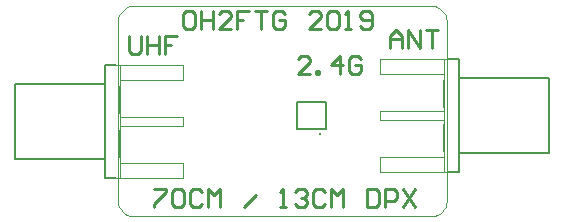
<source format=gto>
G04 Layer_Color=65535*
%FSLAX25Y25*%
%MOIN*%
G70*
G01*
G75*
%ADD10C,0.00394*%
%ADD22C,0.01000*%
%ADD23C,0.00787*%
%ADD24C,0.01000*%
D10*
X590500Y105000D02*
X590596Y104025D01*
X590881Y103087D01*
X591343Y102222D01*
X591964Y101464D01*
X592722Y100843D01*
X593587Y100381D01*
X594524Y100096D01*
X595500Y100000D01*
X695000D02*
X695975Y100096D01*
X696913Y100381D01*
X697778Y100843D01*
X698535Y101464D01*
X699157Y102222D01*
X699619Y103087D01*
X699904Y104025D01*
X700000Y105000D01*
Y165000D02*
X699904Y165975D01*
X699619Y166913D01*
X699157Y167778D01*
X698535Y168535D01*
X697778Y169157D01*
X696913Y169619D01*
X695975Y169904D01*
X695000Y170000D01*
X595500D02*
X594524Y169904D01*
X593587Y169619D01*
X592722Y169157D01*
X591964Y168535D01*
X591343Y167778D01*
X590881Y166913D01*
X590596Y165975D01*
X590500Y165000D01*
X595500Y100000D02*
X695000D01*
X700000Y105000D02*
Y165000D01*
X595500Y170000D02*
X695000D01*
X590500Y105000D02*
Y165000D01*
X590976Y117760D02*
X612157D01*
X612157Y112760D02*
Y117760D01*
X590976Y112760D02*
Y150240D01*
X612157Y130004D02*
Y132996D01*
X590976Y130004D02*
X612157D01*
X590976Y132996D02*
X612157D01*
Y145240D02*
Y150240D01*
X590976Y145240D02*
X612157D01*
X585976Y112760D02*
X612157D01*
X585976Y150240D02*
X612157D01*
X585976Y112760D02*
Y150240D01*
X555976Y144000D02*
X585976D01*
X555976Y119000D02*
Y144000D01*
Y119000D02*
X585976D01*
X677843Y147240D02*
X699024D01*
X677843Y147240D02*
Y152240D01*
X699024Y114760D02*
Y152240D01*
X677843Y132004D02*
Y134996D01*
X699024D01*
X677843Y132004D02*
X699024D01*
X677843Y114760D02*
Y119760D01*
X677843Y119760D02*
X699024D01*
X677843Y152240D02*
X704024D01*
X677843Y114760D02*
X704024D01*
Y152240D01*
Y121000D02*
X734024D01*
Y146000D01*
X704024D02*
X734024D01*
D22*
X657626Y127398D02*
D03*
D23*
X650146Y128972D02*
X659791D01*
X650146D02*
Y138126D01*
X659791D01*
Y128972D02*
Y138126D01*
X590976Y119689D02*
Y128547D01*
X585976Y112760D02*
X589716D01*
X555976Y119000D02*
X585976D01*
X555976D02*
Y144000D01*
X585976D01*
Y112760D02*
Y150240D01*
X589716D01*
X590976Y134453D02*
Y143311D01*
X699024Y136453D02*
Y145311D01*
X700283Y152240D02*
X704024D01*
Y146000D02*
X734024D01*
Y121000D02*
Y146000D01*
X704024Y121000D02*
X734024D01*
X704024Y114760D02*
Y152240D01*
X700283Y114760D02*
X704024D01*
X699024Y121689D02*
Y130547D01*
D24*
X654499Y147500D02*
X650500D01*
X654499Y151499D01*
Y152498D01*
X653499Y153498D01*
X651500D01*
X650500Y152498D01*
X656498Y147500D02*
Y148500D01*
X657498D01*
Y147500D01*
X656498D01*
X664496D02*
Y153498D01*
X661496Y150499D01*
X665495D01*
X671493Y152498D02*
X670494Y153498D01*
X668494D01*
X667494Y152498D01*
Y148500D01*
X668494Y147500D01*
X670494D01*
X671493Y148500D01*
Y150499D01*
X669494D01*
X594000Y159998D02*
Y155000D01*
X595000Y154000D01*
X596999D01*
X597999Y155000D01*
Y159998D01*
X599998D02*
Y154000D01*
Y156999D01*
X603997D01*
Y159998D01*
Y154000D01*
X609995Y159998D02*
X605996D01*
Y156999D01*
X607996D01*
X605996D01*
Y154000D01*
X681000Y156000D02*
Y159999D01*
X682999Y161998D01*
X684999Y159999D01*
Y156000D01*
Y158999D01*
X681000D01*
X686998Y156000D02*
Y161998D01*
X690997Y156000D01*
Y161998D01*
X692996D02*
X696995D01*
X694995D01*
Y156000D01*
X614999Y168498D02*
X613000D01*
X612000Y167498D01*
Y163500D01*
X613000Y162500D01*
X614999D01*
X615999Y163500D01*
Y167498D01*
X614999Y168498D01*
X617998D02*
Y162500D01*
Y165499D01*
X621997D01*
Y168498D01*
Y162500D01*
X627995D02*
X623996D01*
X627995Y166499D01*
Y167498D01*
X626995Y168498D01*
X624996D01*
X623996Y167498D01*
X633993Y168498D02*
X629994D01*
Y165499D01*
X631993D01*
X629994D01*
Y162500D01*
X635992Y168498D02*
X639991D01*
X637992D01*
Y162500D01*
X645989Y167498D02*
X644989Y168498D01*
X642990D01*
X641990Y167498D01*
Y163500D01*
X642990Y162500D01*
X644989D01*
X645989Y163500D01*
Y165499D01*
X643990D01*
X657985Y162500D02*
X653986D01*
X657985Y166499D01*
Y167498D01*
X656986Y168498D01*
X654986D01*
X653986Y167498D01*
X659984D02*
X660984Y168498D01*
X662984D01*
X663983Y167498D01*
Y163500D01*
X662984Y162500D01*
X660984D01*
X659984Y163500D01*
Y167498D01*
X665982Y162500D02*
X667982D01*
X666982D01*
Y168498D01*
X665982Y167498D01*
X670981Y163500D02*
X671981Y162500D01*
X673980D01*
X674980Y163500D01*
Y167498D01*
X673980Y168498D01*
X671981D01*
X670981Y167498D01*
Y166499D01*
X671981Y165499D01*
X674980D01*
X602500Y108998D02*
X606499D01*
Y107998D01*
X602500Y104000D01*
Y103000D01*
X608498Y107998D02*
X609498Y108998D01*
X611497D01*
X612497Y107998D01*
Y104000D01*
X611497Y103000D01*
X609498D01*
X608498Y104000D01*
Y107998D01*
X618495D02*
X617495Y108998D01*
X615496D01*
X614496Y107998D01*
Y104000D01*
X615496Y103000D01*
X617495D01*
X618495Y104000D01*
X620494Y103000D02*
Y108998D01*
X622494Y106999D01*
X624493Y108998D01*
Y103000D01*
X632490D02*
X636489Y106999D01*
X644486Y103000D02*
X646486D01*
X645486D01*
Y108998D01*
X644486Y107998D01*
X649485D02*
X650485Y108998D01*
X652484D01*
X653483Y107998D01*
Y106999D01*
X652484Y105999D01*
X651484D01*
X652484D01*
X653483Y104999D01*
Y104000D01*
X652484Y103000D01*
X650485D01*
X649485Y104000D01*
X659482Y107998D02*
X658482Y108998D01*
X656483D01*
X655483Y107998D01*
Y104000D01*
X656483Y103000D01*
X658482D01*
X659482Y104000D01*
X661481Y103000D02*
Y108998D01*
X663480Y106999D01*
X665480Y108998D01*
Y103000D01*
X673477Y108998D02*
Y103000D01*
X676476D01*
X677476Y104000D01*
Y107998D01*
X676476Y108998D01*
X673477D01*
X679475Y103000D02*
Y108998D01*
X682474D01*
X683474Y107998D01*
Y105999D01*
X682474Y104999D01*
X679475D01*
X685473Y108998D02*
X689472Y103000D01*
Y108998D02*
X685473Y103000D01*
M02*

</source>
